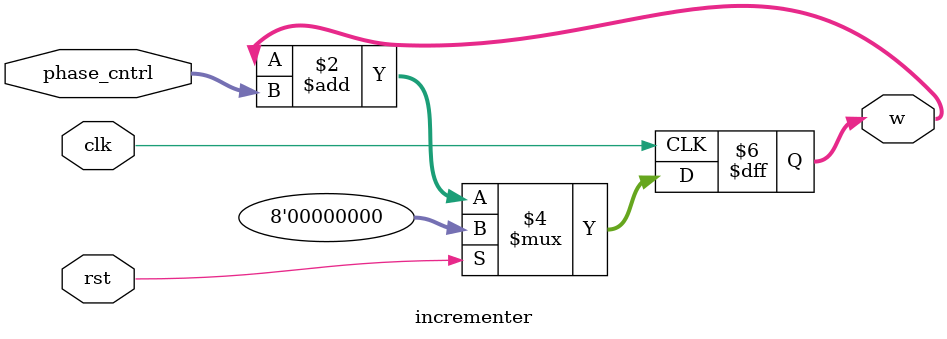
<source format=v>
module incrementer(input [7:0] phase_cntrl, input rst, clk, output reg [7:0] w);
	always @(posedge clk) begin
		if(rst) 
			w <= 8'b0;
		else
			w <= w + phase_cntrl;
	end
endmodule
</source>
